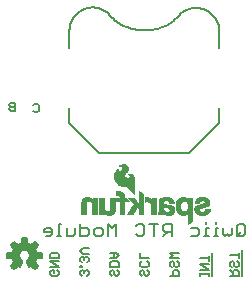
<source format=gbo>
G75*
%MOIN*%
%OFA0B0*%
%FSLAX25Y25*%
%IPPOS*%
%LPD*%
%AMOC8*
5,1,8,0,0,1.08239X$1,22.5*
%
%ADD10C,0.00800*%
%ADD11C,0.00500*%
%ADD12C,0.00591*%
%ADD13C,0.00300*%
D10*
X0150406Y0062900D02*
X0151807Y0062900D01*
X0152508Y0063601D01*
X0152508Y0065002D01*
X0151807Y0065702D01*
X0150406Y0065702D01*
X0149706Y0065002D01*
X0149706Y0064301D01*
X0152508Y0064301D01*
X0154176Y0062900D02*
X0155577Y0062900D01*
X0154877Y0062900D02*
X0154877Y0067104D01*
X0155577Y0067104D01*
X0157379Y0065702D02*
X0157379Y0062900D01*
X0159481Y0062900D01*
X0160181Y0063601D01*
X0160181Y0065702D01*
X0161983Y0065702D02*
X0164084Y0065702D01*
X0164785Y0065002D01*
X0164785Y0063601D01*
X0164084Y0062900D01*
X0161983Y0062900D01*
X0161983Y0067104D01*
X0166587Y0065002D02*
X0167287Y0065702D01*
X0168688Y0065702D01*
X0169389Y0065002D01*
X0169389Y0063601D01*
X0168688Y0062900D01*
X0167287Y0062900D01*
X0166587Y0063601D01*
X0166587Y0065002D01*
X0171190Y0067104D02*
X0171190Y0062900D01*
X0173993Y0062900D02*
X0173993Y0067104D01*
X0172592Y0065702D01*
X0171190Y0067104D01*
X0180398Y0066403D02*
X0181099Y0067104D01*
X0182500Y0067104D01*
X0183201Y0066403D01*
X0183201Y0063601D01*
X0182500Y0062900D01*
X0181099Y0062900D01*
X0180398Y0063601D01*
X0185002Y0067104D02*
X0187805Y0067104D01*
X0186403Y0067104D02*
X0186403Y0062900D01*
X0189606Y0062900D02*
X0191007Y0064301D01*
X0190307Y0064301D02*
X0192409Y0064301D01*
X0192409Y0062900D02*
X0192409Y0067104D01*
X0190307Y0067104D01*
X0189606Y0066403D01*
X0189606Y0065002D01*
X0190307Y0064301D01*
X0198814Y0062900D02*
X0200916Y0062900D01*
X0201616Y0063601D01*
X0201616Y0065002D01*
X0200916Y0065702D01*
X0198814Y0065702D01*
X0203985Y0065702D02*
X0203985Y0062900D01*
X0203285Y0062900D02*
X0204686Y0062900D01*
X0206354Y0062900D02*
X0207755Y0062900D01*
X0207054Y0062900D02*
X0207054Y0065702D01*
X0207755Y0065702D01*
X0207054Y0067104D02*
X0207054Y0067804D01*
X0203985Y0067804D02*
X0203985Y0067104D01*
X0203985Y0065702D02*
X0204686Y0065702D01*
X0209557Y0065702D02*
X0209557Y0063601D01*
X0210257Y0062900D01*
X0210958Y0063601D01*
X0211658Y0062900D01*
X0212359Y0063601D01*
X0212359Y0065702D01*
X0214160Y0066403D02*
X0214160Y0063601D01*
X0214861Y0062900D01*
X0216262Y0062900D01*
X0216963Y0063601D01*
X0216963Y0066403D01*
X0216262Y0067104D01*
X0214861Y0067104D01*
X0214160Y0066403D01*
X0215562Y0064301D02*
X0214160Y0062900D01*
X0198333Y0090500D02*
X0168333Y0090500D01*
X0158333Y0100500D01*
X0158333Y0105500D01*
X0198333Y0090500D02*
X0208333Y0100500D01*
X0208333Y0105500D01*
X0208333Y0125500D02*
X0208333Y0131500D01*
X0208334Y0131500D02*
X0208322Y0131693D01*
X0208306Y0131885D01*
X0208286Y0132076D01*
X0208260Y0132267D01*
X0208230Y0132458D01*
X0208195Y0132647D01*
X0208156Y0132836D01*
X0208112Y0133024D01*
X0208064Y0133210D01*
X0208011Y0133395D01*
X0207953Y0133579D01*
X0207891Y0133762D01*
X0207824Y0133943D01*
X0207754Y0134122D01*
X0207678Y0134299D01*
X0207599Y0134475D01*
X0207515Y0134648D01*
X0207427Y0134820D01*
X0207335Y0134989D01*
X0207238Y0135156D01*
X0207138Y0135320D01*
X0207033Y0135482D01*
X0206925Y0135641D01*
X0206813Y0135798D01*
X0206697Y0135952D01*
X0206577Y0136103D01*
X0206454Y0136251D01*
X0206327Y0136396D01*
X0206196Y0136538D01*
X0206062Y0136676D01*
X0205925Y0136811D01*
X0205784Y0136943D01*
X0205641Y0137072D01*
X0205494Y0137196D01*
X0205344Y0137318D01*
X0205191Y0137435D01*
X0205036Y0137549D01*
X0204877Y0137659D01*
X0204716Y0137765D01*
X0204553Y0137867D01*
X0204387Y0137965D01*
X0204219Y0138058D01*
X0204048Y0138148D01*
X0203875Y0138234D01*
X0203701Y0138315D01*
X0203524Y0138392D01*
X0203345Y0138464D01*
X0203165Y0138533D01*
X0202983Y0138596D01*
X0202800Y0138656D01*
X0202615Y0138711D01*
X0202429Y0138761D01*
X0202242Y0138807D01*
X0202054Y0138848D01*
X0201865Y0138884D01*
X0201674Y0138916D01*
X0201484Y0138943D01*
X0201292Y0138966D01*
X0201100Y0138984D01*
X0200908Y0138997D01*
X0200716Y0139005D01*
X0200523Y0139009D01*
X0200330Y0139008D01*
X0200138Y0139002D01*
X0199945Y0138992D01*
X0199753Y0138976D01*
X0199561Y0138957D01*
X0199370Y0138932D01*
X0199180Y0138903D01*
X0198990Y0138869D01*
X0198801Y0138831D01*
X0198614Y0138788D01*
X0198427Y0138740D01*
X0198241Y0138688D01*
X0198057Y0138631D01*
X0197874Y0138570D01*
X0197693Y0138504D01*
X0197514Y0138434D01*
X0197336Y0138359D01*
X0197160Y0138281D01*
X0196986Y0138197D01*
X0196815Y0138110D01*
X0196645Y0138019D01*
X0196478Y0137923D01*
X0196313Y0137823D01*
X0196150Y0137720D01*
X0195990Y0137612D01*
X0195833Y0137500D01*
X0195584Y0137197D01*
X0195327Y0136899D01*
X0195063Y0136608D01*
X0194792Y0136324D01*
X0194514Y0136046D01*
X0194229Y0135776D01*
X0193938Y0135512D01*
X0193640Y0135256D01*
X0193336Y0135007D01*
X0193026Y0134765D01*
X0192711Y0134531D01*
X0192389Y0134305D01*
X0192063Y0134087D01*
X0191731Y0133877D01*
X0191394Y0133675D01*
X0191052Y0133482D01*
X0190705Y0133297D01*
X0190354Y0133120D01*
X0189999Y0132953D01*
X0189640Y0132794D01*
X0189277Y0132643D01*
X0188910Y0132502D01*
X0188540Y0132370D01*
X0188167Y0132247D01*
X0187791Y0132133D01*
X0187413Y0132028D01*
X0187032Y0131933D01*
X0186648Y0131847D01*
X0186263Y0131770D01*
X0185876Y0131703D01*
X0185487Y0131645D01*
X0185097Y0131597D01*
X0184706Y0131559D01*
X0184315Y0131530D01*
X0183922Y0131511D01*
X0183529Y0131501D01*
X0183137Y0131501D01*
X0182744Y0131511D01*
X0182351Y0131530D01*
X0181960Y0131559D01*
X0181569Y0131597D01*
X0181179Y0131645D01*
X0180790Y0131703D01*
X0180403Y0131770D01*
X0180018Y0131847D01*
X0179634Y0131933D01*
X0179253Y0132028D01*
X0178875Y0132133D01*
X0178499Y0132247D01*
X0178126Y0132370D01*
X0177756Y0132502D01*
X0177389Y0132643D01*
X0177026Y0132794D01*
X0176667Y0132953D01*
X0176312Y0133120D01*
X0175961Y0133297D01*
X0175614Y0133482D01*
X0175272Y0133675D01*
X0174935Y0133877D01*
X0174603Y0134087D01*
X0174277Y0134305D01*
X0173955Y0134531D01*
X0173640Y0134765D01*
X0173330Y0135007D01*
X0173026Y0135256D01*
X0172728Y0135512D01*
X0172437Y0135776D01*
X0172152Y0136046D01*
X0171874Y0136324D01*
X0171603Y0136608D01*
X0171339Y0136899D01*
X0171082Y0137197D01*
X0170833Y0137500D01*
X0170685Y0137616D01*
X0170534Y0137728D01*
X0170381Y0137836D01*
X0170225Y0137941D01*
X0170066Y0138042D01*
X0169905Y0138138D01*
X0169742Y0138231D01*
X0169577Y0138320D01*
X0169409Y0138405D01*
X0169240Y0138486D01*
X0169068Y0138562D01*
X0168895Y0138635D01*
X0168720Y0138703D01*
X0168543Y0138767D01*
X0168365Y0138826D01*
X0168185Y0138881D01*
X0168005Y0138932D01*
X0167822Y0138978D01*
X0167639Y0139020D01*
X0167455Y0139057D01*
X0167270Y0139090D01*
X0167085Y0139118D01*
X0166898Y0139142D01*
X0166712Y0139161D01*
X0166524Y0139176D01*
X0166337Y0139186D01*
X0166149Y0139191D01*
X0165961Y0139192D01*
X0165773Y0139188D01*
X0165586Y0139180D01*
X0165398Y0139167D01*
X0165211Y0139149D01*
X0165025Y0139127D01*
X0164839Y0139101D01*
X0164654Y0139069D01*
X0164469Y0139034D01*
X0164286Y0138994D01*
X0164103Y0138949D01*
X0163922Y0138900D01*
X0163742Y0138846D01*
X0163563Y0138789D01*
X0163386Y0138726D01*
X0163211Y0138660D01*
X0163037Y0138589D01*
X0162864Y0138514D01*
X0162694Y0138435D01*
X0162526Y0138352D01*
X0162360Y0138264D01*
X0162196Y0138173D01*
X0162034Y0138077D01*
X0161874Y0137978D01*
X0161718Y0137875D01*
X0161563Y0137768D01*
X0161412Y0137657D01*
X0161263Y0137542D01*
X0161117Y0137424D01*
X0160973Y0137303D01*
X0160833Y0137178D01*
X0160696Y0137049D01*
X0160562Y0136918D01*
X0160432Y0136783D01*
X0160304Y0136645D01*
X0160181Y0136503D01*
X0160060Y0136359D01*
X0159943Y0136212D01*
X0159830Y0136062D01*
X0159721Y0135910D01*
X0159615Y0135755D01*
X0159513Y0135597D01*
X0159415Y0135437D01*
X0159321Y0135274D01*
X0159231Y0135109D01*
X0159145Y0134942D01*
X0159063Y0134773D01*
X0158985Y0134602D01*
X0158911Y0134430D01*
X0158842Y0134255D01*
X0158777Y0134079D01*
X0158716Y0133901D01*
X0158660Y0133722D01*
X0158608Y0133541D01*
X0158560Y0133360D01*
X0158517Y0133177D01*
X0158479Y0132993D01*
X0158444Y0132808D01*
X0158415Y0132623D01*
X0158390Y0132437D01*
X0158369Y0132250D01*
X0158353Y0132063D01*
X0158342Y0131876D01*
X0158335Y0131688D01*
X0158333Y0131500D01*
X0158333Y0125500D01*
D11*
X0147633Y0106952D02*
X0148083Y0106502D01*
X0148083Y0104700D01*
X0147633Y0104250D01*
X0146732Y0104250D01*
X0146282Y0104700D01*
X0146282Y0106502D02*
X0146732Y0106952D01*
X0147633Y0106952D01*
X0140083Y0107452D02*
X0140083Y0104750D01*
X0138732Y0104750D01*
X0138282Y0105200D01*
X0138282Y0105651D01*
X0138732Y0106101D01*
X0140083Y0106101D01*
X0138732Y0106101D02*
X0138282Y0106552D01*
X0138282Y0107002D01*
X0138732Y0107452D01*
X0140083Y0107452D01*
X0152434Y0057445D02*
X0154235Y0057445D01*
X0154686Y0056994D01*
X0154686Y0055643D01*
X0151983Y0055643D01*
X0151983Y0056994D01*
X0152434Y0057445D01*
X0151983Y0054498D02*
X0154686Y0054498D01*
X0154686Y0052697D02*
X0151983Y0054498D01*
X0151983Y0052697D02*
X0154686Y0052697D01*
X0154235Y0051552D02*
X0154686Y0051101D01*
X0154686Y0050200D01*
X0154235Y0049750D01*
X0152434Y0049750D01*
X0151983Y0050200D01*
X0151983Y0051101D01*
X0152434Y0051552D01*
X0153334Y0051552D01*
X0153334Y0050651D01*
X0161983Y0051101D02*
X0161983Y0050200D01*
X0162434Y0049750D01*
X0163334Y0050651D02*
X0163334Y0051101D01*
X0162884Y0051552D01*
X0162434Y0051552D01*
X0161983Y0051101D01*
X0163334Y0051101D02*
X0163785Y0051552D01*
X0164235Y0051552D01*
X0164686Y0051101D01*
X0164686Y0050200D01*
X0164235Y0049750D01*
X0162434Y0052697D02*
X0162434Y0053147D01*
X0161983Y0053147D01*
X0161983Y0052697D01*
X0162434Y0052697D01*
X0162434Y0054170D02*
X0161983Y0054620D01*
X0161983Y0055521D01*
X0162434Y0055971D01*
X0162884Y0055971D01*
X0163334Y0055521D01*
X0163334Y0055071D01*
X0163334Y0055521D02*
X0163785Y0055971D01*
X0164235Y0055971D01*
X0164686Y0055521D01*
X0164686Y0054620D01*
X0164235Y0054170D01*
X0164686Y0057116D02*
X0162884Y0057116D01*
X0161983Y0058017D01*
X0162884Y0058918D01*
X0164686Y0058918D01*
X0171983Y0057445D02*
X0173785Y0057445D01*
X0174686Y0056544D01*
X0173785Y0055643D01*
X0171983Y0055643D01*
X0172434Y0054498D02*
X0174235Y0054498D01*
X0174686Y0054048D01*
X0174686Y0052697D01*
X0171983Y0052697D01*
X0171983Y0054048D01*
X0172434Y0054498D01*
X0173334Y0055643D02*
X0173334Y0057445D01*
X0181983Y0057445D02*
X0181983Y0055643D01*
X0184686Y0055643D01*
X0184235Y0054498D02*
X0184686Y0054048D01*
X0184686Y0053147D01*
X0184235Y0052697D01*
X0182434Y0052697D01*
X0181983Y0053147D01*
X0181983Y0054048D01*
X0182434Y0054498D01*
X0182434Y0051552D02*
X0181983Y0051101D01*
X0181983Y0050200D01*
X0182434Y0049750D01*
X0183334Y0050200D02*
X0183334Y0051101D01*
X0182884Y0051552D01*
X0182434Y0051552D01*
X0183334Y0050200D02*
X0183785Y0049750D01*
X0184235Y0049750D01*
X0184686Y0050200D01*
X0184686Y0051101D01*
X0184235Y0051552D01*
X0191983Y0053147D02*
X0192434Y0052697D01*
X0191983Y0053147D02*
X0191983Y0054048D01*
X0192434Y0054498D01*
X0192884Y0054498D01*
X0193334Y0054048D01*
X0193334Y0053147D01*
X0193785Y0052697D01*
X0194235Y0052697D01*
X0194686Y0053147D01*
X0194686Y0054048D01*
X0194235Y0054498D01*
X0194686Y0055643D02*
X0191983Y0055643D01*
X0192884Y0056544D01*
X0191983Y0057445D01*
X0194686Y0057445D01*
X0201983Y0055562D02*
X0204686Y0055562D01*
X0204686Y0056462D02*
X0204686Y0054661D01*
X0204686Y0053516D02*
X0201983Y0053516D01*
X0204686Y0051714D01*
X0201983Y0051714D01*
X0201983Y0050651D02*
X0201983Y0049750D01*
X0201983Y0050200D02*
X0204686Y0050200D01*
X0204686Y0049750D02*
X0204686Y0050651D01*
X0205683Y0049500D02*
X0205683Y0057357D01*
X0211983Y0056544D02*
X0214686Y0056544D01*
X0214686Y0055643D02*
X0214686Y0057445D01*
X0215683Y0058340D02*
X0215683Y0049500D01*
X0214686Y0049750D02*
X0214686Y0051101D01*
X0214235Y0051552D01*
X0213334Y0051552D01*
X0212884Y0051101D01*
X0212884Y0049750D01*
X0211983Y0049750D02*
X0214686Y0049750D01*
X0212884Y0050651D02*
X0211983Y0051552D01*
X0212434Y0052697D02*
X0211983Y0053147D01*
X0211983Y0054048D01*
X0212434Y0054498D01*
X0212884Y0054498D01*
X0213334Y0054048D01*
X0213334Y0053147D01*
X0213785Y0052697D01*
X0214235Y0052697D01*
X0214686Y0053147D01*
X0214686Y0054048D01*
X0214235Y0054498D01*
X0194686Y0051101D02*
X0194686Y0049750D01*
X0191983Y0049750D01*
X0192884Y0049750D02*
X0192884Y0051101D01*
X0193334Y0051552D01*
X0194235Y0051552D01*
X0194686Y0051101D01*
X0174686Y0051101D02*
X0174686Y0050200D01*
X0174235Y0049750D01*
X0173785Y0049750D01*
X0173334Y0050200D01*
X0173334Y0051101D01*
X0172884Y0051552D01*
X0172434Y0051552D01*
X0171983Y0051101D01*
X0171983Y0050200D01*
X0172434Y0049750D01*
X0174235Y0051552D02*
X0174686Y0051101D01*
D12*
X0139377Y0055587D02*
X0137472Y0055780D01*
X0137472Y0057220D01*
X0139377Y0057413D01*
X0139582Y0058054D01*
X0139890Y0058652D01*
X0138680Y0060136D01*
X0139698Y0061154D01*
X0141182Y0059943D01*
X0141780Y0060251D01*
X0142420Y0060456D01*
X0142614Y0062361D01*
X0144053Y0062361D01*
X0144247Y0060456D01*
X0144887Y0060251D01*
X0145485Y0059943D01*
X0146969Y0061154D01*
X0147987Y0060136D01*
X0146777Y0058652D01*
X0147085Y0058054D01*
X0147290Y0057413D01*
X0149195Y0057220D01*
X0149195Y0055780D01*
X0147290Y0055587D01*
X0147085Y0054946D01*
X0146777Y0054348D01*
X0147987Y0052864D01*
X0146969Y0051846D01*
X0145485Y0053057D01*
X0144887Y0052749D01*
X0144040Y0054795D01*
X0144418Y0055007D01*
X0144737Y0055301D01*
X0144978Y0055662D01*
X0145128Y0056069D01*
X0145179Y0056500D01*
X0145126Y0056939D01*
X0144970Y0057352D01*
X0144721Y0057717D01*
X0144392Y0058011D01*
X0144002Y0058220D01*
X0143574Y0058329D01*
X0143133Y0058334D01*
X0142702Y0058234D01*
X0142308Y0058034D01*
X0141973Y0057746D01*
X0141716Y0057387D01*
X0141551Y0056977D01*
X0141489Y0056540D01*
X0141532Y0056100D01*
X0141678Y0055684D01*
X0141920Y0055314D01*
X0142242Y0055012D01*
X0142627Y0054795D01*
X0141779Y0052749D01*
X0141182Y0053057D01*
X0139698Y0051846D01*
X0138680Y0052864D01*
X0139890Y0054348D01*
X0139582Y0054946D01*
X0139377Y0055587D01*
X0139464Y0055316D02*
X0141919Y0055316D01*
X0141601Y0055905D02*
X0137472Y0055905D01*
X0137472Y0056494D02*
X0141493Y0056494D01*
X0141594Y0057083D02*
X0137472Y0057083D01*
X0139460Y0057672D02*
X0141920Y0057672D01*
X0142819Y0058261D02*
X0139689Y0058261D01*
X0139728Y0058850D02*
X0146938Y0058850D01*
X0146978Y0058261D02*
X0143841Y0058261D01*
X0144751Y0057672D02*
X0147207Y0057672D01*
X0147419Y0059439D02*
X0139248Y0059439D01*
X0138768Y0060028D02*
X0141078Y0060028D01*
X0141346Y0060028D02*
X0145320Y0060028D01*
X0145589Y0060028D02*
X0147899Y0060028D01*
X0147506Y0060617D02*
X0146311Y0060617D01*
X0144230Y0060617D02*
X0142436Y0060617D01*
X0142496Y0061206D02*
X0144170Y0061206D01*
X0144111Y0061795D02*
X0142556Y0061795D01*
X0140355Y0060617D02*
X0139161Y0060617D01*
X0145072Y0057083D02*
X0149195Y0057083D01*
X0149195Y0056494D02*
X0145178Y0056494D01*
X0145067Y0055905D02*
X0149195Y0055905D01*
X0147203Y0055316D02*
X0144746Y0055316D01*
X0144068Y0054727D02*
X0146971Y0054727D01*
X0146949Y0054137D02*
X0144312Y0054137D01*
X0144556Y0053548D02*
X0147429Y0053548D01*
X0147909Y0052959D02*
X0145604Y0052959D01*
X0145296Y0052959D02*
X0144800Y0052959D01*
X0146327Y0052370D02*
X0147493Y0052370D01*
X0142599Y0054727D02*
X0139695Y0054727D01*
X0139718Y0054137D02*
X0142355Y0054137D01*
X0142111Y0053548D02*
X0139238Y0053548D01*
X0138757Y0052959D02*
X0141062Y0052959D01*
X0141371Y0052959D02*
X0141867Y0052959D01*
X0140340Y0052370D02*
X0139174Y0052370D01*
D13*
X0162227Y0070201D02*
X0163762Y0070201D01*
X0163762Y0073350D01*
X0163802Y0073665D01*
X0163841Y0073941D01*
X0163881Y0074177D01*
X0163999Y0074374D01*
X0164117Y0074531D01*
X0164314Y0074650D01*
X0164510Y0074689D01*
X0164747Y0074728D01*
X0165062Y0074689D01*
X0165298Y0074650D01*
X0165495Y0074531D01*
X0165652Y0074335D01*
X0165770Y0074138D01*
X0165888Y0073862D01*
X0165928Y0073508D01*
X0165928Y0070201D01*
X0167463Y0070201D01*
X0167463Y0075083D01*
X0167463Y0075791D01*
X0166007Y0075791D01*
X0166007Y0075004D01*
X0165967Y0075004D01*
X0165810Y0075240D01*
X0165652Y0075398D01*
X0165455Y0075555D01*
X0165219Y0075713D01*
X0164983Y0075791D01*
X0164747Y0075870D01*
X0164510Y0075909D01*
X0164274Y0075909D01*
X0163723Y0075870D01*
X0163290Y0075752D01*
X0162936Y0075555D01*
X0162660Y0075280D01*
X0162463Y0074965D01*
X0162345Y0074571D01*
X0162266Y0074138D01*
X0162227Y0073626D01*
X0162227Y0070201D01*
X0162227Y0070448D02*
X0163762Y0070448D01*
X0163762Y0070747D02*
X0162227Y0070747D01*
X0162227Y0071045D02*
X0163762Y0071045D01*
X0163762Y0071344D02*
X0162227Y0071344D01*
X0162227Y0071642D02*
X0163762Y0071642D01*
X0163762Y0071941D02*
X0162227Y0071941D01*
X0162227Y0072239D02*
X0163762Y0072239D01*
X0163762Y0072538D02*
X0162227Y0072538D01*
X0162227Y0072836D02*
X0163762Y0072836D01*
X0163762Y0073135D02*
X0162227Y0073135D01*
X0162227Y0073433D02*
X0163773Y0073433D01*
X0163811Y0073732D02*
X0162235Y0073732D01*
X0162258Y0074030D02*
X0163856Y0074030D01*
X0163972Y0074329D02*
X0162301Y0074329D01*
X0162362Y0074627D02*
X0164276Y0074627D01*
X0165335Y0074627D02*
X0167463Y0074627D01*
X0167463Y0074329D02*
X0165656Y0074329D01*
X0165816Y0074030D02*
X0167463Y0074030D01*
X0167463Y0073732D02*
X0165903Y0073732D01*
X0165928Y0073433D02*
X0167463Y0073433D01*
X0167463Y0073135D02*
X0165928Y0073135D01*
X0165928Y0072836D02*
X0167463Y0072836D01*
X0167463Y0072538D02*
X0165928Y0072538D01*
X0165928Y0072239D02*
X0167463Y0072239D01*
X0167463Y0071941D02*
X0165928Y0071941D01*
X0165928Y0071642D02*
X0167463Y0071642D01*
X0167463Y0071344D02*
X0165928Y0071344D01*
X0165928Y0071045D02*
X0167463Y0071045D01*
X0167463Y0070747D02*
X0165928Y0070747D01*
X0165928Y0070448D02*
X0167463Y0070448D01*
X0168290Y0070448D02*
X0169747Y0070448D01*
X0169747Y0070201D02*
X0169747Y0070988D01*
X0169786Y0070988D01*
X0169944Y0070752D01*
X0170101Y0070555D01*
X0170298Y0070398D01*
X0170534Y0070280D01*
X0170731Y0070201D01*
X0170967Y0070122D01*
X0171243Y0070083D01*
X0171479Y0070043D01*
X0172030Y0070083D01*
X0172463Y0070240D01*
X0172818Y0070437D01*
X0173093Y0070673D01*
X0173290Y0071028D01*
X0173408Y0071421D01*
X0173487Y0071854D01*
X0173487Y0075791D01*
X0171991Y0075791D01*
X0171991Y0072642D01*
X0171951Y0072327D01*
X0171912Y0072012D01*
X0171873Y0071776D01*
X0171755Y0071618D01*
X0171636Y0071461D01*
X0171440Y0071343D01*
X0171243Y0071303D01*
X0171007Y0071264D01*
X0170692Y0071303D01*
X0170455Y0071343D01*
X0170259Y0071461D01*
X0170101Y0071618D01*
X0169983Y0071854D01*
X0169865Y0072130D01*
X0169825Y0072445D01*
X0169825Y0075791D01*
X0168290Y0075791D01*
X0168290Y0070909D01*
X0168290Y0070201D01*
X0169747Y0070201D01*
X0169747Y0070747D02*
X0168290Y0070747D01*
X0168290Y0071045D02*
X0173295Y0071045D01*
X0173385Y0071344D02*
X0171442Y0071344D01*
X0171773Y0071642D02*
X0173448Y0071642D01*
X0173487Y0071941D02*
X0171900Y0071941D01*
X0171941Y0072239D02*
X0173487Y0072239D01*
X0173487Y0072538D02*
X0171978Y0072538D01*
X0171991Y0072836D02*
X0173487Y0072836D01*
X0173487Y0073135D02*
X0171991Y0073135D01*
X0171991Y0073433D02*
X0173487Y0073433D01*
X0173487Y0073732D02*
X0171991Y0073732D01*
X0171991Y0074030D02*
X0173487Y0074030D01*
X0173487Y0074329D02*
X0171991Y0074329D01*
X0171991Y0074627D02*
X0173487Y0074627D01*
X0173487Y0074926D02*
X0171991Y0074926D01*
X0171991Y0075224D02*
X0173487Y0075224D01*
X0173487Y0075523D02*
X0171991Y0075523D01*
X0173959Y0075523D02*
X0177257Y0075523D01*
X0177266Y0075516D02*
X0177109Y0075634D01*
X0176991Y0075791D01*
X0176518Y0075791D01*
X0176518Y0076579D01*
X0176400Y0076894D01*
X0176282Y0077169D01*
X0176085Y0077406D01*
X0175810Y0077602D01*
X0175495Y0077760D01*
X0175101Y0077878D01*
X0173959Y0077878D01*
X0173881Y0077839D01*
X0173881Y0076736D01*
X0174550Y0076736D01*
X0174707Y0076697D01*
X0174786Y0076657D01*
X0174865Y0076618D01*
X0174944Y0076500D01*
X0174983Y0076421D01*
X0174983Y0076264D01*
X0175022Y0076106D01*
X0175022Y0075791D01*
X0173959Y0075791D01*
X0173959Y0074768D01*
X0175022Y0074768D01*
X0175022Y0070201D01*
X0176518Y0070201D01*
X0176518Y0074177D01*
X0176518Y0074768D01*
X0178054Y0074768D01*
X0177896Y0074886D01*
X0177778Y0075004D01*
X0177660Y0075122D01*
X0177503Y0075280D01*
X0177385Y0075398D01*
X0177266Y0075516D01*
X0177558Y0075224D02*
X0173959Y0075224D01*
X0173959Y0074926D02*
X0177856Y0074926D01*
X0178277Y0075224D02*
X0180055Y0075224D01*
X0180342Y0074926D02*
X0178582Y0074926D01*
X0178886Y0074627D02*
X0180629Y0074627D01*
X0180916Y0074329D02*
X0179190Y0074329D01*
X0179494Y0074030D02*
X0181202Y0074030D01*
X0181440Y0074030D02*
X0182975Y0074030D01*
X0182975Y0073732D02*
X0179778Y0073732D01*
X0179786Y0073744D02*
X0177463Y0070201D01*
X0179314Y0070201D01*
X0180849Y0072681D01*
X0181440Y0072130D01*
X0181440Y0070201D01*
X0182975Y0070201D01*
X0182975Y0077051D01*
X0181440Y0077878D01*
X0181440Y0073783D01*
X0179510Y0075791D01*
X0177699Y0075791D01*
X0179786Y0073744D01*
X0179582Y0073433D02*
X0182975Y0073433D01*
X0182975Y0073135D02*
X0179387Y0073135D01*
X0179191Y0072836D02*
X0182975Y0072836D01*
X0182975Y0072538D02*
X0181003Y0072538D01*
X0180760Y0072538D02*
X0178995Y0072538D01*
X0178800Y0072239D02*
X0180576Y0072239D01*
X0180391Y0071941D02*
X0178604Y0071941D01*
X0178408Y0071642D02*
X0180206Y0071642D01*
X0180021Y0071344D02*
X0178212Y0071344D01*
X0178017Y0071045D02*
X0179836Y0071045D01*
X0179652Y0070747D02*
X0177821Y0070747D01*
X0177625Y0070448D02*
X0179467Y0070448D01*
X0181440Y0070448D02*
X0182975Y0070448D01*
X0182975Y0070747D02*
X0181440Y0070747D01*
X0181440Y0071045D02*
X0182975Y0071045D01*
X0182975Y0071344D02*
X0181440Y0071344D01*
X0181440Y0071642D02*
X0182975Y0071642D01*
X0182975Y0071941D02*
X0181440Y0071941D01*
X0181323Y0072239D02*
X0182975Y0072239D01*
X0182975Y0074329D02*
X0181440Y0074329D01*
X0181440Y0074627D02*
X0182975Y0074627D01*
X0182975Y0074926D02*
X0181440Y0074926D01*
X0181440Y0075224D02*
X0182975Y0075224D01*
X0182975Y0075523D02*
X0181440Y0075523D01*
X0181440Y0075821D02*
X0182975Y0075821D01*
X0182975Y0076120D02*
X0181440Y0076120D01*
X0181440Y0076418D02*
X0182975Y0076418D01*
X0182975Y0076717D02*
X0181440Y0076717D01*
X0181440Y0077015D02*
X0182975Y0077015D01*
X0182487Y0077314D02*
X0181440Y0077314D01*
X0181440Y0077612D02*
X0181933Y0077612D01*
X0179825Y0077612D02*
X0179200Y0077612D01*
X0179274Y0077524D02*
X0179077Y0077760D01*
X0178841Y0077996D01*
X0178644Y0078272D01*
X0178369Y0078547D01*
X0178133Y0078783D01*
X0177936Y0079020D01*
X0177739Y0079177D01*
X0177542Y0079335D01*
X0177345Y0079453D01*
X0177109Y0079492D01*
X0176361Y0079492D01*
X0175888Y0079571D01*
X0175455Y0079689D01*
X0175062Y0079846D01*
X0174668Y0080083D01*
X0174353Y0080358D01*
X0174038Y0080673D01*
X0173762Y0081028D01*
X0173369Y0081736D01*
X0173172Y0082445D01*
X0173133Y0083154D01*
X0173251Y0083783D01*
X0173448Y0084335D01*
X0173723Y0084807D01*
X0174038Y0085161D01*
X0174353Y0085319D01*
X0174353Y0085004D01*
X0174392Y0084886D01*
X0174432Y0084768D01*
X0174550Y0084689D01*
X0174668Y0084650D01*
X0174944Y0084650D01*
X0175101Y0084728D01*
X0175259Y0084807D01*
X0175377Y0084886D01*
X0175534Y0085004D01*
X0175652Y0085083D01*
X0175770Y0085201D01*
X0175849Y0085358D01*
X0175928Y0085476D01*
X0175967Y0085634D01*
X0176007Y0085752D01*
X0175967Y0085870D01*
X0175928Y0085949D01*
X0175888Y0086067D01*
X0175810Y0086185D01*
X0175652Y0086303D01*
X0175495Y0086382D01*
X0175298Y0086421D01*
X0175140Y0086461D01*
X0175022Y0086461D01*
X0174904Y0086421D01*
X0174786Y0086421D01*
X0174825Y0086461D01*
X0174983Y0086579D01*
X0175219Y0086697D01*
X0175534Y0086815D01*
X0175888Y0086933D01*
X0176282Y0086933D01*
X0176715Y0086854D01*
X0177148Y0086618D01*
X0177503Y0086303D01*
X0177699Y0086028D01*
X0177818Y0085673D01*
X0177818Y0085358D01*
X0177739Y0085004D01*
X0177542Y0084650D01*
X0177266Y0084335D01*
X0176951Y0083980D01*
X0176676Y0083665D01*
X0176558Y0083390D01*
X0176558Y0083114D01*
X0176636Y0082878D01*
X0176794Y0082681D01*
X0177030Y0082524D01*
X0177345Y0082445D01*
X0177660Y0082445D01*
X0177857Y0082484D01*
X0178054Y0082563D01*
X0178172Y0082642D01*
X0178290Y0082760D01*
X0178369Y0082917D01*
X0178408Y0083035D01*
X0178408Y0083154D01*
X0178369Y0083272D01*
X0178290Y0083390D01*
X0178211Y0083469D01*
X0178133Y0083547D01*
X0178014Y0083587D01*
X0177936Y0083626D01*
X0177857Y0083665D01*
X0177818Y0083705D01*
X0177896Y0083744D01*
X0177975Y0083744D01*
X0178133Y0083783D01*
X0178448Y0083783D01*
X0178684Y0083744D01*
X0178881Y0083665D01*
X0179077Y0083587D01*
X0179235Y0083469D01*
X0179432Y0083350D01*
X0179550Y0083154D01*
X0179668Y0082917D01*
X0179747Y0082681D01*
X0179786Y0082327D01*
X0179825Y0081972D01*
X0179825Y0076933D01*
X0179786Y0076933D01*
X0179707Y0077051D01*
X0179589Y0077169D01*
X0179471Y0077327D01*
X0179274Y0077524D01*
X0179481Y0077314D02*
X0179825Y0077314D01*
X0179825Y0077015D02*
X0179731Y0077015D01*
X0179825Y0077911D02*
X0178926Y0077911D01*
X0178689Y0078209D02*
X0179825Y0078209D01*
X0179825Y0078508D02*
X0178408Y0078508D01*
X0178113Y0078806D02*
X0179825Y0078806D01*
X0179825Y0079105D02*
X0177829Y0079105D01*
X0177427Y0079403D02*
X0179825Y0079403D01*
X0179825Y0079702D02*
X0175423Y0079702D01*
X0174805Y0080001D02*
X0179825Y0080001D01*
X0179825Y0080299D02*
X0174421Y0080299D01*
X0174114Y0080598D02*
X0179825Y0080598D01*
X0179825Y0080896D02*
X0173865Y0080896D01*
X0173670Y0081195D02*
X0179825Y0081195D01*
X0179825Y0081493D02*
X0173504Y0081493D01*
X0173353Y0081792D02*
X0179825Y0081792D01*
X0179812Y0082090D02*
X0173270Y0082090D01*
X0173188Y0082389D02*
X0179779Y0082389D01*
X0179745Y0082687D02*
X0178217Y0082687D01*
X0178392Y0082986D02*
X0179634Y0082986D01*
X0179472Y0083284D02*
X0178360Y0083284D01*
X0178026Y0083583D02*
X0179083Y0083583D01*
X0177613Y0084777D02*
X0175198Y0084777D01*
X0175641Y0085075D02*
X0177755Y0085075D01*
X0177818Y0085374D02*
X0175859Y0085374D01*
X0175980Y0085672D02*
X0177818Y0085672D01*
X0177718Y0085971D02*
X0175921Y0085971D01*
X0175697Y0086269D02*
X0177527Y0086269D01*
X0177205Y0086568D02*
X0174968Y0086568D01*
X0175688Y0086866D02*
X0176650Y0086866D01*
X0177392Y0084478D02*
X0173531Y0084478D01*
X0173392Y0084180D02*
X0177129Y0084180D01*
X0176865Y0083881D02*
X0173286Y0083881D01*
X0173213Y0083583D02*
X0176640Y0083583D01*
X0176558Y0083284D02*
X0173157Y0083284D01*
X0173142Y0082986D02*
X0176601Y0082986D01*
X0176789Y0082687D02*
X0173158Y0082687D01*
X0173705Y0084777D02*
X0174429Y0084777D01*
X0174353Y0085075D02*
X0173961Y0085075D01*
X0173881Y0077612D02*
X0175790Y0077612D01*
X0176162Y0077314D02*
X0173881Y0077314D01*
X0173881Y0077015D02*
X0176348Y0077015D01*
X0176467Y0076717D02*
X0174627Y0076717D01*
X0174983Y0076418D02*
X0176518Y0076418D01*
X0176518Y0076120D02*
X0175019Y0076120D01*
X0175022Y0075821D02*
X0176518Y0075821D01*
X0176518Y0074627D02*
X0175022Y0074627D01*
X0175022Y0074329D02*
X0176518Y0074329D01*
X0176518Y0074030D02*
X0175022Y0074030D01*
X0175022Y0073732D02*
X0176518Y0073732D01*
X0176518Y0073433D02*
X0175022Y0073433D01*
X0175022Y0073135D02*
X0176518Y0073135D01*
X0176518Y0072836D02*
X0175022Y0072836D01*
X0175022Y0072538D02*
X0176518Y0072538D01*
X0176518Y0072239D02*
X0175022Y0072239D01*
X0175022Y0071941D02*
X0176518Y0071941D01*
X0176518Y0071642D02*
X0175022Y0071642D01*
X0175022Y0071344D02*
X0176518Y0071344D01*
X0176518Y0071045D02*
X0175022Y0071045D01*
X0175022Y0070747D02*
X0176518Y0070747D01*
X0176518Y0070448D02*
X0175022Y0070448D01*
X0173134Y0070747D02*
X0169948Y0070747D01*
X0170235Y0070448D02*
X0172831Y0070448D01*
X0172214Y0070150D02*
X0170884Y0070150D01*
X0170453Y0071344D02*
X0168290Y0071344D01*
X0168290Y0071642D02*
X0170089Y0071642D01*
X0169946Y0071941D02*
X0168290Y0071941D01*
X0168290Y0072239D02*
X0169851Y0072239D01*
X0169825Y0072538D02*
X0168290Y0072538D01*
X0168290Y0072836D02*
X0169825Y0072836D01*
X0169825Y0073135D02*
X0168290Y0073135D01*
X0168290Y0073433D02*
X0169825Y0073433D01*
X0169825Y0073732D02*
X0168290Y0073732D01*
X0168290Y0074030D02*
X0169825Y0074030D01*
X0169825Y0074329D02*
X0168290Y0074329D01*
X0168290Y0074627D02*
X0169825Y0074627D01*
X0169825Y0074926D02*
X0168290Y0074926D01*
X0168290Y0075224D02*
X0169825Y0075224D01*
X0169825Y0075523D02*
X0168290Y0075523D01*
X0167463Y0075523D02*
X0166007Y0075523D01*
X0166007Y0075224D02*
X0167463Y0075224D01*
X0167463Y0074926D02*
X0162452Y0074926D01*
X0162626Y0075224D02*
X0165820Y0075224D01*
X0165496Y0075523D02*
X0162903Y0075523D01*
X0163544Y0075821D02*
X0164893Y0075821D01*
X0177973Y0075523D02*
X0179768Y0075523D01*
X0183566Y0075523D02*
X0185072Y0075523D01*
X0184983Y0075594D02*
X0184707Y0075752D01*
X0184471Y0075831D01*
X0184196Y0075909D01*
X0183644Y0075909D01*
X0183605Y0075870D01*
X0183566Y0075870D01*
X0183566Y0074453D01*
X0183605Y0074453D01*
X0183684Y0074492D01*
X0184117Y0074492D01*
X0184510Y0074453D01*
X0184825Y0074374D01*
X0185101Y0074217D01*
X0185298Y0073980D01*
X0185455Y0073705D01*
X0185534Y0073429D01*
X0185613Y0073075D01*
X0185613Y0070201D01*
X0187148Y0070201D01*
X0187148Y0074846D01*
X0187148Y0075516D01*
X0186951Y0075555D01*
X0186794Y0075594D01*
X0186597Y0075594D01*
X0186400Y0075634D01*
X0186243Y0075673D01*
X0186046Y0075713D01*
X0185849Y0075752D01*
X0185692Y0075791D01*
X0185692Y0074728D01*
X0185534Y0075004D01*
X0185377Y0075201D01*
X0185180Y0075437D01*
X0184983Y0075594D01*
X0185357Y0075224D02*
X0183566Y0075224D01*
X0183566Y0074926D02*
X0185579Y0074926D01*
X0185692Y0074926D02*
X0187148Y0074926D01*
X0187148Y0075224D02*
X0185692Y0075224D01*
X0185692Y0075523D02*
X0187113Y0075523D01*
X0187148Y0074627D02*
X0183566Y0074627D01*
X0183566Y0075821D02*
X0184499Y0075821D01*
X0184905Y0074329D02*
X0187148Y0074329D01*
X0187148Y0074030D02*
X0185256Y0074030D01*
X0185440Y0073732D02*
X0187148Y0073732D01*
X0187148Y0073433D02*
X0185533Y0073433D01*
X0185600Y0073135D02*
X0187148Y0073135D01*
X0187148Y0072836D02*
X0185613Y0072836D01*
X0185613Y0072538D02*
X0187148Y0072538D01*
X0187148Y0072239D02*
X0185613Y0072239D01*
X0185613Y0071941D02*
X0187148Y0071941D01*
X0187148Y0071642D02*
X0185613Y0071642D01*
X0185613Y0071344D02*
X0187148Y0071344D01*
X0187148Y0071045D02*
X0185613Y0071045D01*
X0185613Y0070747D02*
X0187148Y0070747D01*
X0187148Y0070448D02*
X0185613Y0070448D01*
X0187818Y0070240D02*
X0187818Y0070201D01*
X0189353Y0070201D01*
X0189353Y0070240D01*
X0189392Y0070280D01*
X0189392Y0070319D01*
X0189432Y0070358D01*
X0189432Y0070476D01*
X0189471Y0070516D01*
X0189471Y0070752D01*
X0189550Y0070634D01*
X0189668Y0070555D01*
X0189747Y0070476D01*
X0189865Y0070398D01*
X0189983Y0070358D01*
X0190101Y0070280D01*
X0190219Y0070240D01*
X0190337Y0070201D01*
X0190455Y0070161D01*
X0190573Y0070122D01*
X0190692Y0070122D01*
X0190810Y0070083D01*
X0190967Y0070083D01*
X0191085Y0070043D01*
X0191518Y0070043D01*
X0191715Y0070083D01*
X0191912Y0070083D01*
X0192070Y0070122D01*
X0192266Y0070201D01*
X0192424Y0070280D01*
X0192542Y0070358D01*
X0192699Y0070437D01*
X0192818Y0070555D01*
X0192896Y0070673D01*
X0193014Y0070831D01*
X0193093Y0070949D01*
X0193133Y0071146D01*
X0193211Y0071303D01*
X0193211Y0071500D01*
X0193251Y0071697D01*
X0193172Y0072130D01*
X0193054Y0072484D01*
X0192896Y0072760D01*
X0192621Y0072996D01*
X0192345Y0073154D01*
X0192030Y0073272D01*
X0191715Y0073350D01*
X0191361Y0073390D01*
X0191046Y0072563D01*
X0191164Y0072524D01*
X0191243Y0072484D01*
X0191282Y0072445D01*
X0191361Y0072406D01*
X0191440Y0072366D01*
X0191479Y0072327D01*
X0191558Y0072287D01*
X0191597Y0072209D01*
X0191636Y0072130D01*
X0191676Y0072051D01*
X0191676Y0071972D01*
X0191715Y0071894D01*
X0191715Y0071697D01*
X0191676Y0071579D01*
X0191676Y0071500D01*
X0191636Y0071421D01*
X0191597Y0071382D01*
X0191558Y0071303D01*
X0191479Y0071264D01*
X0191440Y0071224D01*
X0191361Y0071185D01*
X0191282Y0071146D01*
X0191203Y0071146D01*
X0191125Y0071106D01*
X0191046Y0071106D01*
X0190967Y0071067D01*
X0190770Y0071067D01*
X0190573Y0071106D01*
X0190377Y0071106D01*
X0190219Y0071185D01*
X0190062Y0071224D01*
X0189944Y0071303D01*
X0189865Y0071382D01*
X0189786Y0071500D01*
X0189707Y0071579D01*
X0189668Y0071697D01*
X0189629Y0071815D01*
X0189589Y0071894D01*
X0189550Y0072012D01*
X0189550Y0072917D01*
X0189589Y0072878D01*
X0189629Y0072839D01*
X0189707Y0072839D01*
X0189786Y0072799D01*
X0189865Y0072760D01*
X0189944Y0072760D01*
X0190022Y0072720D01*
X0190180Y0072720D01*
X0190377Y0073508D01*
X0190101Y0073587D01*
X0189865Y0073665D01*
X0189668Y0073783D01*
X0189550Y0073941D01*
X0189550Y0074374D01*
X0189589Y0074453D01*
X0189629Y0074531D01*
X0189668Y0074610D01*
X0189707Y0074650D01*
X0189747Y0074728D01*
X0189825Y0074768D01*
X0189904Y0074807D01*
X0189983Y0074846D01*
X0190062Y0074846D01*
X0190140Y0074886D01*
X0190849Y0074886D01*
X0190928Y0074846D01*
X0191007Y0074807D01*
X0191085Y0074768D01*
X0191164Y0074728D01*
X0191243Y0074689D01*
X0191282Y0074650D01*
X0191361Y0074571D01*
X0191400Y0074531D01*
X0191440Y0074453D01*
X0191479Y0074335D01*
X0191518Y0074256D01*
X0191518Y0074059D01*
X0193054Y0074059D01*
X0193014Y0074295D01*
X0192975Y0074531D01*
X0192896Y0074768D01*
X0192778Y0074925D01*
X0192660Y0075122D01*
X0192542Y0075280D01*
X0192385Y0075398D01*
X0192188Y0075516D01*
X0191991Y0075634D01*
X0191794Y0075713D01*
X0191597Y0075752D01*
X0191361Y0075831D01*
X0191125Y0075870D01*
X0190928Y0075909D01*
X0190022Y0075909D01*
X0189825Y0075870D01*
X0189589Y0075870D01*
X0189392Y0075831D01*
X0189196Y0075752D01*
X0188999Y0075713D01*
X0188802Y0075634D01*
X0188644Y0075516D01*
X0188487Y0075398D01*
X0188329Y0075280D01*
X0188211Y0075122D01*
X0188133Y0074965D01*
X0188054Y0074768D01*
X0188014Y0074571D01*
X0188014Y0071146D01*
X0187975Y0071067D01*
X0187975Y0070713D01*
X0187936Y0070634D01*
X0187936Y0070555D01*
X0187896Y0070476D01*
X0187896Y0070358D01*
X0187857Y0070280D01*
X0187818Y0070240D01*
X0187896Y0070448D02*
X0189432Y0070448D01*
X0189471Y0070747D02*
X0187975Y0070747D01*
X0187975Y0071045D02*
X0193112Y0071045D01*
X0193211Y0071344D02*
X0191578Y0071344D01*
X0191697Y0071642D02*
X0193240Y0071642D01*
X0193206Y0071941D02*
X0191692Y0071941D01*
X0191582Y0072239D02*
X0193135Y0072239D01*
X0193023Y0072538D02*
X0191122Y0072538D01*
X0191046Y0072563D02*
X0191361Y0073390D01*
X0191007Y0073429D01*
X0190652Y0073469D01*
X0190377Y0073508D01*
X0190180Y0072720D01*
X0190259Y0072681D01*
X0190337Y0072681D01*
X0190455Y0072642D01*
X0190613Y0072642D01*
X0190731Y0072602D01*
X0190888Y0072602D01*
X0190967Y0072563D01*
X0191046Y0072563D01*
X0191150Y0072836D02*
X0192807Y0072836D01*
X0192378Y0073135D02*
X0191264Y0073135D01*
X0190283Y0073135D01*
X0188014Y0073135D01*
X0188014Y0073433D02*
X0190358Y0073433D01*
X0190969Y0073433D01*
X0191150Y0072836D02*
X0190209Y0072836D01*
X0189712Y0072836D01*
X0189550Y0072836D02*
X0188014Y0072836D01*
X0188014Y0072538D02*
X0189550Y0072538D01*
X0189550Y0072239D02*
X0188014Y0072239D01*
X0188014Y0071941D02*
X0189574Y0071941D01*
X0189686Y0071642D02*
X0188014Y0071642D01*
X0188014Y0071344D02*
X0189903Y0071344D01*
X0189475Y0070747D02*
X0192951Y0070747D01*
X0192711Y0070448D02*
X0189789Y0070448D01*
X0190491Y0070150D02*
X0192139Y0070150D01*
X0194059Y0071344D02*
X0195887Y0071344D01*
X0195888Y0071343D02*
X0195652Y0071539D01*
X0195495Y0071736D01*
X0195377Y0072012D01*
X0194038Y0071382D01*
X0194274Y0070949D01*
X0194629Y0070594D01*
X0195062Y0070280D01*
X0195534Y0070122D01*
X0196125Y0070043D01*
X0196361Y0070083D01*
X0196597Y0070122D01*
X0196833Y0070161D01*
X0197070Y0070280D01*
X0197266Y0070398D01*
X0197463Y0070516D01*
X0197621Y0070713D01*
X0197778Y0070909D01*
X0197818Y0070909D01*
X0197818Y0066894D01*
X0197975Y0067051D01*
X0198172Y0067248D01*
X0198369Y0067406D01*
X0198566Y0067563D01*
X0198762Y0067720D01*
X0198959Y0067917D01*
X0199117Y0068075D01*
X0199314Y0068232D01*
X0199314Y0075516D01*
X0199156Y0075555D01*
X0198959Y0075594D01*
X0198762Y0075594D01*
X0198605Y0075634D01*
X0198408Y0075673D01*
X0198251Y0075713D01*
X0198054Y0075752D01*
X0197857Y0075791D01*
X0197857Y0075083D01*
X0197699Y0075280D01*
X0197542Y0075437D01*
X0197345Y0075594D01*
X0197148Y0075713D01*
X0196951Y0075831D01*
X0196715Y0075870D01*
X0196479Y0075909D01*
X0196203Y0075909D01*
X0195613Y0075870D01*
X0195062Y0075673D01*
X0194629Y0075398D01*
X0194274Y0075004D01*
X0193999Y0074571D01*
X0193841Y0074059D01*
X0193723Y0073508D01*
X0193684Y0072917D01*
X0195219Y0072957D01*
X0195219Y0073311D01*
X0195259Y0073626D01*
X0195377Y0073941D01*
X0195495Y0074217D01*
X0195692Y0074453D01*
X0195928Y0074610D01*
X0196203Y0074728D01*
X0196558Y0074768D01*
X0196873Y0074728D01*
X0197188Y0074610D01*
X0197385Y0074453D01*
X0197581Y0074217D01*
X0197699Y0073941D01*
X0197818Y0073626D01*
X0197857Y0073311D01*
X0197857Y0072642D01*
X0197778Y0072327D01*
X0197699Y0072012D01*
X0197581Y0071736D01*
X0197385Y0071539D01*
X0197148Y0071343D01*
X0196873Y0071264D01*
X0196518Y0071224D01*
X0196203Y0071264D01*
X0195888Y0071343D01*
X0195570Y0071642D02*
X0194591Y0071642D01*
X0193930Y0071642D01*
X0193841Y0071854D02*
X0194038Y0071382D01*
X0195377Y0072012D01*
X0195259Y0072327D01*
X0195219Y0072642D01*
X0195219Y0072957D01*
X0193684Y0072917D01*
X0193723Y0072366D01*
X0193841Y0071854D01*
X0193821Y0071941D02*
X0195226Y0071941D01*
X0195407Y0071941D01*
X0195291Y0072239D02*
X0193752Y0072239D01*
X0193711Y0072538D02*
X0195232Y0072538D01*
X0195219Y0072836D02*
X0193690Y0072836D01*
X0193698Y0073135D02*
X0195219Y0073135D01*
X0195234Y0073433D02*
X0193718Y0073433D01*
X0193771Y0073732D02*
X0195298Y0073732D01*
X0195415Y0074030D02*
X0193835Y0074030D01*
X0193924Y0074329D02*
X0195588Y0074329D01*
X0195968Y0074627D02*
X0194035Y0074627D01*
X0194225Y0074926D02*
X0199314Y0074926D01*
X0199314Y0075224D02*
X0197857Y0075224D01*
X0197744Y0075224D02*
X0194473Y0075224D01*
X0194825Y0075523D02*
X0197435Y0075523D01*
X0197857Y0075523D02*
X0199285Y0075523D01*
X0199314Y0074627D02*
X0197142Y0074627D01*
X0197488Y0074329D02*
X0199314Y0074329D01*
X0199314Y0074030D02*
X0197661Y0074030D01*
X0197778Y0073732D02*
X0199314Y0073732D01*
X0199314Y0073433D02*
X0197842Y0073433D01*
X0197857Y0073135D02*
X0199314Y0073135D01*
X0199314Y0072836D02*
X0197857Y0072836D01*
X0197831Y0072538D02*
X0199314Y0072538D01*
X0199314Y0072239D02*
X0197756Y0072239D01*
X0197669Y0071941D02*
X0199314Y0071941D01*
X0199314Y0071642D02*
X0197487Y0071642D01*
X0197150Y0071344D02*
X0199314Y0071344D01*
X0199314Y0071045D02*
X0194222Y0071045D01*
X0194476Y0070747D02*
X0197648Y0070747D01*
X0197818Y0070747D02*
X0199314Y0070747D01*
X0199314Y0070448D02*
X0197818Y0070448D01*
X0197818Y0070150D02*
X0199314Y0070150D01*
X0199314Y0069851D02*
X0197818Y0069851D01*
X0197818Y0069553D02*
X0199314Y0069553D01*
X0199314Y0069254D02*
X0197818Y0069254D01*
X0197818Y0068956D02*
X0199314Y0068956D01*
X0199314Y0068657D02*
X0197818Y0068657D01*
X0197818Y0068359D02*
X0199314Y0068359D01*
X0199102Y0068060D02*
X0197818Y0068060D01*
X0197818Y0067762D02*
X0198804Y0067762D01*
X0198441Y0067463D02*
X0197818Y0067463D01*
X0197818Y0067165D02*
X0198088Y0067165D01*
X0196763Y0070150D02*
X0195451Y0070150D01*
X0194830Y0070448D02*
X0197351Y0070448D01*
X0200022Y0071500D02*
X0200180Y0071067D01*
X0200416Y0070752D01*
X0200731Y0070476D01*
X0201125Y0070280D01*
X0201558Y0070161D01*
X0202030Y0070083D01*
X0202503Y0070043D01*
X0202975Y0070083D01*
X0203448Y0070161D01*
X0203881Y0070280D01*
X0204274Y0070476D01*
X0204589Y0070752D01*
X0204865Y0071106D01*
X0205022Y0071500D01*
X0205101Y0072012D01*
X0203841Y0072012D01*
X0203644Y0072012D01*
X0203644Y0071776D01*
X0203566Y0071579D01*
X0203448Y0071421D01*
X0203290Y0071303D01*
X0203133Y0071185D01*
X0202896Y0071146D01*
X0202699Y0071106D01*
X0202463Y0071067D01*
X0202306Y0071106D01*
X0202148Y0071106D01*
X0201991Y0071146D01*
X0201833Y0071224D01*
X0201676Y0071343D01*
X0201558Y0071461D01*
X0201518Y0071618D01*
X0201479Y0071776D01*
X0201518Y0071933D01*
X0201597Y0072091D01*
X0201755Y0072209D01*
X0201951Y0072327D01*
X0202188Y0072406D01*
X0202503Y0072484D01*
X0202818Y0072563D01*
X0203211Y0072642D01*
X0203566Y0072720D01*
X0203881Y0072839D01*
X0204156Y0072957D01*
X0204432Y0073114D01*
X0204668Y0073272D01*
X0204825Y0073508D01*
X0204944Y0073783D01*
X0204983Y0074138D01*
X0204944Y0074610D01*
X0204786Y0075004D01*
X0204510Y0075319D01*
X0204235Y0075555D01*
X0203841Y0075752D01*
X0203448Y0075831D01*
X0203014Y0075909D01*
X0202109Y0075909D01*
X0201676Y0075831D01*
X0201282Y0075713D01*
X0200928Y0075555D01*
X0200613Y0075319D01*
X0200377Y0075004D01*
X0200180Y0074610D01*
X0200101Y0074138D01*
X0201558Y0074138D01*
X0201597Y0074335D01*
X0201676Y0074531D01*
X0201755Y0074650D01*
X0201873Y0074728D01*
X0202030Y0074807D01*
X0202227Y0074886D01*
X0202896Y0074886D01*
X0203014Y0074846D01*
X0203172Y0074807D01*
X0203290Y0074768D01*
X0203369Y0074650D01*
X0203448Y0074531D01*
X0203448Y0074374D01*
X0203408Y0074217D01*
X0203290Y0074059D01*
X0203133Y0073941D01*
X0202896Y0073823D01*
X0202660Y0073744D01*
X0202345Y0073705D01*
X0202030Y0073626D01*
X0201715Y0073547D01*
X0201400Y0073469D01*
X0201046Y0073390D01*
X0200770Y0073232D01*
X0200495Y0073075D01*
X0200259Y0072878D01*
X0200101Y0072642D01*
X0199983Y0072366D01*
X0199944Y0072012D01*
X0200022Y0071500D01*
X0200000Y0071642D02*
X0201512Y0071642D01*
X0201522Y0071941D02*
X0199955Y0071941D01*
X0199969Y0072239D02*
X0201806Y0072239D01*
X0201675Y0071344D02*
X0200079Y0071344D01*
X0200196Y0071045D02*
X0204817Y0071045D01*
X0204960Y0071344D02*
X0203344Y0071344D01*
X0203591Y0071642D02*
X0205044Y0071642D01*
X0205090Y0071941D02*
X0203644Y0071941D01*
X0203874Y0072836D02*
X0200231Y0072836D01*
X0200056Y0072538D02*
X0202717Y0072538D01*
X0202562Y0073732D02*
X0204921Y0073732D01*
X0204971Y0074030D02*
X0203252Y0074030D01*
X0203436Y0074329D02*
X0204967Y0074329D01*
X0204937Y0074627D02*
X0203384Y0074627D01*
X0203494Y0075821D02*
X0201645Y0075821D01*
X0200885Y0075523D02*
X0204273Y0075523D01*
X0204593Y0075224D02*
X0200542Y0075224D01*
X0200338Y0074926D02*
X0204817Y0074926D01*
X0204776Y0073433D02*
X0201242Y0073433D01*
X0200600Y0073135D02*
X0204463Y0073135D01*
X0201740Y0074627D02*
X0200188Y0074627D01*
X0200133Y0074329D02*
X0201596Y0074329D01*
X0196967Y0075821D02*
X0195476Y0075821D01*
X0192943Y0074627D02*
X0191304Y0074627D01*
X0191482Y0074329D02*
X0193009Y0074329D01*
X0192778Y0074926D02*
X0188117Y0074926D01*
X0188026Y0074627D02*
X0189685Y0074627D01*
X0189550Y0074329D02*
X0188014Y0074329D01*
X0188014Y0074030D02*
X0189550Y0074030D01*
X0189754Y0073732D02*
X0188014Y0073732D01*
X0188288Y0075224D02*
X0192583Y0075224D01*
X0192176Y0075523D02*
X0188654Y0075523D01*
X0189369Y0075821D02*
X0191389Y0075821D01*
X0200422Y0070747D02*
X0204583Y0070747D01*
X0204218Y0070448D02*
X0200787Y0070448D01*
X0201628Y0070150D02*
X0203377Y0070150D01*
M02*

</source>
